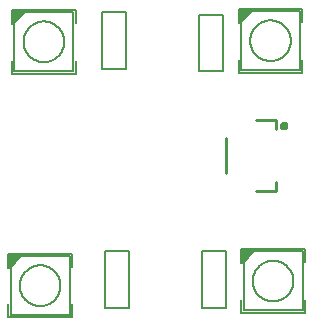
<source format=gto>
G75*
%MOIN*%
%OFA0B0*%
%FSLAX25Y25*%
%IPPOS*%
%LPD*%
%AMOC8*
5,1,8,0,0,1.08239X$1,22.5*
%
%ADD10C,0.01000*%
%ADD11C,0.01575*%
%ADD12C,0.00500*%
%ADD13C,0.00800*%
D10*
X0080906Y0056418D02*
X0080906Y0068229D01*
X0091143Y0074135D02*
X0097639Y0074135D01*
X0097639Y0071182D01*
X0097639Y0053465D02*
X0097639Y0050513D01*
X0091143Y0050513D01*
D11*
X0099641Y0072166D02*
X0099643Y0072213D01*
X0099649Y0072259D01*
X0099658Y0072305D01*
X0099672Y0072349D01*
X0099689Y0072393D01*
X0099710Y0072434D01*
X0099734Y0072474D01*
X0099761Y0072512D01*
X0099792Y0072547D01*
X0099825Y0072580D01*
X0099861Y0072610D01*
X0099900Y0072636D01*
X0099940Y0072660D01*
X0099982Y0072679D01*
X0100026Y0072696D01*
X0100071Y0072708D01*
X0100117Y0072717D01*
X0100163Y0072722D01*
X0100210Y0072723D01*
X0100256Y0072720D01*
X0100302Y0072713D01*
X0100348Y0072702D01*
X0100392Y0072688D01*
X0100435Y0072670D01*
X0100476Y0072648D01*
X0100516Y0072623D01*
X0100553Y0072595D01*
X0100588Y0072564D01*
X0100620Y0072530D01*
X0100649Y0072493D01*
X0100674Y0072455D01*
X0100697Y0072414D01*
X0100716Y0072371D01*
X0100731Y0072327D01*
X0100743Y0072282D01*
X0100751Y0072236D01*
X0100755Y0072189D01*
X0100755Y0072143D01*
X0100751Y0072096D01*
X0100743Y0072050D01*
X0100731Y0072005D01*
X0100716Y0071961D01*
X0100697Y0071918D01*
X0100674Y0071877D01*
X0100649Y0071839D01*
X0100620Y0071802D01*
X0100588Y0071768D01*
X0100553Y0071737D01*
X0100516Y0071709D01*
X0100477Y0071684D01*
X0100435Y0071662D01*
X0100392Y0071644D01*
X0100348Y0071630D01*
X0100302Y0071619D01*
X0100256Y0071612D01*
X0100210Y0071609D01*
X0100163Y0071610D01*
X0100117Y0071615D01*
X0100071Y0071624D01*
X0100026Y0071636D01*
X0099982Y0071653D01*
X0099940Y0071672D01*
X0099900Y0071696D01*
X0099861Y0071722D01*
X0099825Y0071752D01*
X0099792Y0071785D01*
X0099761Y0071820D01*
X0099734Y0071858D01*
X0099710Y0071898D01*
X0099689Y0071939D01*
X0099672Y0071983D01*
X0099658Y0072027D01*
X0099649Y0072073D01*
X0099643Y0072119D01*
X0099641Y0072166D01*
D12*
X0029686Y0008269D02*
X0008426Y0008269D01*
X0008426Y0012599D01*
X0009213Y0009056D02*
X0009213Y0025198D01*
X0012757Y0028741D01*
X0028898Y0028741D01*
X0028898Y0009056D01*
X0009213Y0009056D01*
X0012283Y0018898D02*
X0012285Y0019064D01*
X0012291Y0019230D01*
X0012301Y0019396D01*
X0012316Y0019562D01*
X0012334Y0019727D01*
X0012356Y0019892D01*
X0012383Y0020056D01*
X0012413Y0020219D01*
X0012448Y0020382D01*
X0012486Y0020544D01*
X0012528Y0020704D01*
X0012575Y0020864D01*
X0012625Y0021023D01*
X0012679Y0021180D01*
X0012737Y0021336D01*
X0012799Y0021490D01*
X0012864Y0021643D01*
X0012933Y0021794D01*
X0013006Y0021943D01*
X0013083Y0022091D01*
X0013163Y0022236D01*
X0013247Y0022380D01*
X0013334Y0022522D01*
X0013424Y0022661D01*
X0013518Y0022798D01*
X0013616Y0022933D01*
X0013717Y0023065D01*
X0013820Y0023195D01*
X0013927Y0023322D01*
X0014038Y0023446D01*
X0014151Y0023568D01*
X0014267Y0023687D01*
X0014386Y0023803D01*
X0014508Y0023916D01*
X0014632Y0024027D01*
X0014759Y0024134D01*
X0014889Y0024237D01*
X0015021Y0024338D01*
X0015156Y0024436D01*
X0015293Y0024530D01*
X0015432Y0024620D01*
X0015574Y0024707D01*
X0015718Y0024791D01*
X0015863Y0024871D01*
X0016011Y0024948D01*
X0016160Y0025021D01*
X0016311Y0025090D01*
X0016464Y0025155D01*
X0016618Y0025217D01*
X0016774Y0025275D01*
X0016931Y0025329D01*
X0017090Y0025379D01*
X0017250Y0025426D01*
X0017410Y0025468D01*
X0017572Y0025506D01*
X0017735Y0025541D01*
X0017898Y0025571D01*
X0018062Y0025598D01*
X0018227Y0025620D01*
X0018392Y0025638D01*
X0018558Y0025653D01*
X0018724Y0025663D01*
X0018890Y0025669D01*
X0019056Y0025671D01*
X0019222Y0025669D01*
X0019388Y0025663D01*
X0019554Y0025653D01*
X0019720Y0025638D01*
X0019885Y0025620D01*
X0020050Y0025598D01*
X0020214Y0025571D01*
X0020377Y0025541D01*
X0020540Y0025506D01*
X0020702Y0025468D01*
X0020862Y0025426D01*
X0021022Y0025379D01*
X0021181Y0025329D01*
X0021338Y0025275D01*
X0021494Y0025217D01*
X0021648Y0025155D01*
X0021801Y0025090D01*
X0021952Y0025021D01*
X0022101Y0024948D01*
X0022249Y0024871D01*
X0022394Y0024791D01*
X0022538Y0024707D01*
X0022680Y0024620D01*
X0022819Y0024530D01*
X0022956Y0024436D01*
X0023091Y0024338D01*
X0023223Y0024237D01*
X0023353Y0024134D01*
X0023480Y0024027D01*
X0023604Y0023916D01*
X0023726Y0023803D01*
X0023845Y0023687D01*
X0023961Y0023568D01*
X0024074Y0023446D01*
X0024185Y0023322D01*
X0024292Y0023195D01*
X0024395Y0023065D01*
X0024496Y0022933D01*
X0024594Y0022798D01*
X0024688Y0022661D01*
X0024778Y0022522D01*
X0024865Y0022380D01*
X0024949Y0022236D01*
X0025029Y0022091D01*
X0025106Y0021943D01*
X0025179Y0021794D01*
X0025248Y0021643D01*
X0025313Y0021490D01*
X0025375Y0021336D01*
X0025433Y0021180D01*
X0025487Y0021023D01*
X0025537Y0020864D01*
X0025584Y0020704D01*
X0025626Y0020544D01*
X0025664Y0020382D01*
X0025699Y0020219D01*
X0025729Y0020056D01*
X0025756Y0019892D01*
X0025778Y0019727D01*
X0025796Y0019562D01*
X0025811Y0019396D01*
X0025821Y0019230D01*
X0025827Y0019064D01*
X0025829Y0018898D01*
X0025827Y0018732D01*
X0025821Y0018566D01*
X0025811Y0018400D01*
X0025796Y0018234D01*
X0025778Y0018069D01*
X0025756Y0017904D01*
X0025729Y0017740D01*
X0025699Y0017577D01*
X0025664Y0017414D01*
X0025626Y0017252D01*
X0025584Y0017092D01*
X0025537Y0016932D01*
X0025487Y0016773D01*
X0025433Y0016616D01*
X0025375Y0016460D01*
X0025313Y0016306D01*
X0025248Y0016153D01*
X0025179Y0016002D01*
X0025106Y0015853D01*
X0025029Y0015705D01*
X0024949Y0015560D01*
X0024865Y0015416D01*
X0024778Y0015274D01*
X0024688Y0015135D01*
X0024594Y0014998D01*
X0024496Y0014863D01*
X0024395Y0014731D01*
X0024292Y0014601D01*
X0024185Y0014474D01*
X0024074Y0014350D01*
X0023961Y0014228D01*
X0023845Y0014109D01*
X0023726Y0013993D01*
X0023604Y0013880D01*
X0023480Y0013769D01*
X0023353Y0013662D01*
X0023223Y0013559D01*
X0023091Y0013458D01*
X0022956Y0013360D01*
X0022819Y0013266D01*
X0022680Y0013176D01*
X0022538Y0013089D01*
X0022394Y0013005D01*
X0022249Y0012925D01*
X0022101Y0012848D01*
X0021952Y0012775D01*
X0021801Y0012706D01*
X0021648Y0012641D01*
X0021494Y0012579D01*
X0021338Y0012521D01*
X0021181Y0012467D01*
X0021022Y0012417D01*
X0020862Y0012370D01*
X0020702Y0012328D01*
X0020540Y0012290D01*
X0020377Y0012255D01*
X0020214Y0012225D01*
X0020050Y0012198D01*
X0019885Y0012176D01*
X0019720Y0012158D01*
X0019554Y0012143D01*
X0019388Y0012133D01*
X0019222Y0012127D01*
X0019056Y0012125D01*
X0018890Y0012127D01*
X0018724Y0012133D01*
X0018558Y0012143D01*
X0018392Y0012158D01*
X0018227Y0012176D01*
X0018062Y0012198D01*
X0017898Y0012225D01*
X0017735Y0012255D01*
X0017572Y0012290D01*
X0017410Y0012328D01*
X0017250Y0012370D01*
X0017090Y0012417D01*
X0016931Y0012467D01*
X0016774Y0012521D01*
X0016618Y0012579D01*
X0016464Y0012641D01*
X0016311Y0012706D01*
X0016160Y0012775D01*
X0016011Y0012848D01*
X0015863Y0012925D01*
X0015718Y0013005D01*
X0015574Y0013089D01*
X0015432Y0013176D01*
X0015293Y0013266D01*
X0015156Y0013360D01*
X0015021Y0013458D01*
X0014889Y0013559D01*
X0014759Y0013662D01*
X0014632Y0013769D01*
X0014508Y0013880D01*
X0014386Y0013993D01*
X0014267Y0014109D01*
X0014151Y0014228D01*
X0014038Y0014350D01*
X0013927Y0014474D01*
X0013820Y0014601D01*
X0013717Y0014731D01*
X0013616Y0014863D01*
X0013518Y0014998D01*
X0013424Y0015135D01*
X0013334Y0015274D01*
X0013247Y0015416D01*
X0013163Y0015560D01*
X0013083Y0015705D01*
X0013006Y0015853D01*
X0012933Y0016002D01*
X0012864Y0016153D01*
X0012799Y0016306D01*
X0012737Y0016460D01*
X0012679Y0016616D01*
X0012625Y0016773D01*
X0012575Y0016932D01*
X0012528Y0017092D01*
X0012486Y0017252D01*
X0012448Y0017414D01*
X0012413Y0017577D01*
X0012383Y0017740D01*
X0012356Y0017904D01*
X0012334Y0018069D01*
X0012316Y0018234D01*
X0012301Y0018400D01*
X0012291Y0018566D01*
X0012285Y0018732D01*
X0012283Y0018898D01*
X0008725Y0024898D02*
X0013375Y0029548D01*
X0008406Y0029548D01*
X0008406Y0024898D01*
X0008725Y0024898D01*
X0008426Y0025198D02*
X0008426Y0029528D01*
X0029686Y0029528D01*
X0029686Y0025198D01*
X0029686Y0012599D02*
X0029686Y0008269D01*
X0011049Y0027223D02*
X0008406Y0027223D01*
X0008406Y0027721D02*
X0011548Y0027721D01*
X0012046Y0028220D02*
X0008406Y0028220D01*
X0008406Y0028718D02*
X0012545Y0028718D01*
X0012757Y0028741D02*
X0009213Y0028741D01*
X0009213Y0025198D01*
X0009055Y0025229D02*
X0008406Y0025229D01*
X0008406Y0025727D02*
X0009554Y0025727D01*
X0010052Y0026226D02*
X0008406Y0026226D01*
X0008406Y0026724D02*
X0010551Y0026724D01*
X0008406Y0029217D02*
X0013043Y0029217D01*
X0009646Y0089568D02*
X0030906Y0089568D01*
X0030906Y0093898D01*
X0030119Y0090355D02*
X0030119Y0110040D01*
X0013977Y0110040D01*
X0010434Y0106497D01*
X0010434Y0110040D01*
X0013977Y0110040D01*
X0013723Y0109975D02*
X0009627Y0109975D01*
X0009627Y0109477D02*
X0013225Y0109477D01*
X0012726Y0108978D02*
X0009627Y0108978D01*
X0009627Y0108480D02*
X0012228Y0108480D01*
X0011729Y0107981D02*
X0009627Y0107981D01*
X0009627Y0107483D02*
X0011231Y0107483D01*
X0010732Y0106984D02*
X0009627Y0106984D01*
X0009646Y0106497D02*
X0009646Y0110828D01*
X0030906Y0110828D01*
X0030906Y0106497D01*
X0013503Y0100198D02*
X0013505Y0100364D01*
X0013511Y0100530D01*
X0013521Y0100696D01*
X0013536Y0100862D01*
X0013554Y0101027D01*
X0013576Y0101192D01*
X0013603Y0101356D01*
X0013633Y0101519D01*
X0013668Y0101682D01*
X0013706Y0101844D01*
X0013748Y0102004D01*
X0013795Y0102164D01*
X0013845Y0102323D01*
X0013899Y0102480D01*
X0013957Y0102636D01*
X0014019Y0102790D01*
X0014084Y0102943D01*
X0014153Y0103094D01*
X0014226Y0103243D01*
X0014303Y0103391D01*
X0014383Y0103536D01*
X0014467Y0103680D01*
X0014554Y0103822D01*
X0014644Y0103961D01*
X0014738Y0104098D01*
X0014836Y0104233D01*
X0014937Y0104365D01*
X0015040Y0104495D01*
X0015147Y0104622D01*
X0015258Y0104746D01*
X0015371Y0104868D01*
X0015487Y0104987D01*
X0015606Y0105103D01*
X0015728Y0105216D01*
X0015852Y0105327D01*
X0015979Y0105434D01*
X0016109Y0105537D01*
X0016241Y0105638D01*
X0016376Y0105736D01*
X0016513Y0105830D01*
X0016652Y0105920D01*
X0016794Y0106007D01*
X0016938Y0106091D01*
X0017083Y0106171D01*
X0017231Y0106248D01*
X0017380Y0106321D01*
X0017531Y0106390D01*
X0017684Y0106455D01*
X0017838Y0106517D01*
X0017994Y0106575D01*
X0018151Y0106629D01*
X0018310Y0106679D01*
X0018470Y0106726D01*
X0018630Y0106768D01*
X0018792Y0106806D01*
X0018955Y0106841D01*
X0019118Y0106871D01*
X0019282Y0106898D01*
X0019447Y0106920D01*
X0019612Y0106938D01*
X0019778Y0106953D01*
X0019944Y0106963D01*
X0020110Y0106969D01*
X0020276Y0106971D01*
X0020442Y0106969D01*
X0020608Y0106963D01*
X0020774Y0106953D01*
X0020940Y0106938D01*
X0021105Y0106920D01*
X0021270Y0106898D01*
X0021434Y0106871D01*
X0021597Y0106841D01*
X0021760Y0106806D01*
X0021922Y0106768D01*
X0022082Y0106726D01*
X0022242Y0106679D01*
X0022401Y0106629D01*
X0022558Y0106575D01*
X0022714Y0106517D01*
X0022868Y0106455D01*
X0023021Y0106390D01*
X0023172Y0106321D01*
X0023321Y0106248D01*
X0023469Y0106171D01*
X0023614Y0106091D01*
X0023758Y0106007D01*
X0023900Y0105920D01*
X0024039Y0105830D01*
X0024176Y0105736D01*
X0024311Y0105638D01*
X0024443Y0105537D01*
X0024573Y0105434D01*
X0024700Y0105327D01*
X0024824Y0105216D01*
X0024946Y0105103D01*
X0025065Y0104987D01*
X0025181Y0104868D01*
X0025294Y0104746D01*
X0025405Y0104622D01*
X0025512Y0104495D01*
X0025615Y0104365D01*
X0025716Y0104233D01*
X0025814Y0104098D01*
X0025908Y0103961D01*
X0025998Y0103822D01*
X0026085Y0103680D01*
X0026169Y0103536D01*
X0026249Y0103391D01*
X0026326Y0103243D01*
X0026399Y0103094D01*
X0026468Y0102943D01*
X0026533Y0102790D01*
X0026595Y0102636D01*
X0026653Y0102480D01*
X0026707Y0102323D01*
X0026757Y0102164D01*
X0026804Y0102004D01*
X0026846Y0101844D01*
X0026884Y0101682D01*
X0026919Y0101519D01*
X0026949Y0101356D01*
X0026976Y0101192D01*
X0026998Y0101027D01*
X0027016Y0100862D01*
X0027031Y0100696D01*
X0027041Y0100530D01*
X0027047Y0100364D01*
X0027049Y0100198D01*
X0027047Y0100032D01*
X0027041Y0099866D01*
X0027031Y0099700D01*
X0027016Y0099534D01*
X0026998Y0099369D01*
X0026976Y0099204D01*
X0026949Y0099040D01*
X0026919Y0098877D01*
X0026884Y0098714D01*
X0026846Y0098552D01*
X0026804Y0098392D01*
X0026757Y0098232D01*
X0026707Y0098073D01*
X0026653Y0097916D01*
X0026595Y0097760D01*
X0026533Y0097606D01*
X0026468Y0097453D01*
X0026399Y0097302D01*
X0026326Y0097153D01*
X0026249Y0097005D01*
X0026169Y0096860D01*
X0026085Y0096716D01*
X0025998Y0096574D01*
X0025908Y0096435D01*
X0025814Y0096298D01*
X0025716Y0096163D01*
X0025615Y0096031D01*
X0025512Y0095901D01*
X0025405Y0095774D01*
X0025294Y0095650D01*
X0025181Y0095528D01*
X0025065Y0095409D01*
X0024946Y0095293D01*
X0024824Y0095180D01*
X0024700Y0095069D01*
X0024573Y0094962D01*
X0024443Y0094859D01*
X0024311Y0094758D01*
X0024176Y0094660D01*
X0024039Y0094566D01*
X0023900Y0094476D01*
X0023758Y0094389D01*
X0023614Y0094305D01*
X0023469Y0094225D01*
X0023321Y0094148D01*
X0023172Y0094075D01*
X0023021Y0094006D01*
X0022868Y0093941D01*
X0022714Y0093879D01*
X0022558Y0093821D01*
X0022401Y0093767D01*
X0022242Y0093717D01*
X0022082Y0093670D01*
X0021922Y0093628D01*
X0021760Y0093590D01*
X0021597Y0093555D01*
X0021434Y0093525D01*
X0021270Y0093498D01*
X0021105Y0093476D01*
X0020940Y0093458D01*
X0020774Y0093443D01*
X0020608Y0093433D01*
X0020442Y0093427D01*
X0020276Y0093425D01*
X0020110Y0093427D01*
X0019944Y0093433D01*
X0019778Y0093443D01*
X0019612Y0093458D01*
X0019447Y0093476D01*
X0019282Y0093498D01*
X0019118Y0093525D01*
X0018955Y0093555D01*
X0018792Y0093590D01*
X0018630Y0093628D01*
X0018470Y0093670D01*
X0018310Y0093717D01*
X0018151Y0093767D01*
X0017994Y0093821D01*
X0017838Y0093879D01*
X0017684Y0093941D01*
X0017531Y0094006D01*
X0017380Y0094075D01*
X0017231Y0094148D01*
X0017083Y0094225D01*
X0016938Y0094305D01*
X0016794Y0094389D01*
X0016652Y0094476D01*
X0016513Y0094566D01*
X0016376Y0094660D01*
X0016241Y0094758D01*
X0016109Y0094859D01*
X0015979Y0094962D01*
X0015852Y0095069D01*
X0015728Y0095180D01*
X0015606Y0095293D01*
X0015487Y0095409D01*
X0015371Y0095528D01*
X0015258Y0095650D01*
X0015147Y0095774D01*
X0015040Y0095901D01*
X0014937Y0096031D01*
X0014836Y0096163D01*
X0014738Y0096298D01*
X0014644Y0096435D01*
X0014554Y0096574D01*
X0014467Y0096716D01*
X0014383Y0096860D01*
X0014303Y0097005D01*
X0014226Y0097153D01*
X0014153Y0097302D01*
X0014084Y0097453D01*
X0014019Y0097606D01*
X0013957Y0097760D01*
X0013899Y0097916D01*
X0013845Y0098073D01*
X0013795Y0098232D01*
X0013748Y0098392D01*
X0013706Y0098552D01*
X0013668Y0098714D01*
X0013633Y0098877D01*
X0013603Y0099040D01*
X0013576Y0099204D01*
X0013554Y0099369D01*
X0013536Y0099534D01*
X0013521Y0099700D01*
X0013511Y0099866D01*
X0013505Y0100032D01*
X0013503Y0100198D01*
X0009946Y0106198D02*
X0014595Y0110847D01*
X0009627Y0110847D01*
X0009627Y0106198D01*
X0009946Y0106198D01*
X0010234Y0106486D02*
X0009627Y0106486D01*
X0010434Y0106497D02*
X0010434Y0090355D01*
X0030119Y0090355D01*
X0009646Y0089568D02*
X0009646Y0093898D01*
X0009627Y0110474D02*
X0014222Y0110474D01*
X0085178Y0110474D02*
X0089419Y0110474D01*
X0089528Y0110394D02*
X0085985Y0106851D01*
X0085985Y0110394D01*
X0089528Y0110394D01*
X0105670Y0110394D01*
X0105670Y0090709D01*
X0085985Y0090709D01*
X0085985Y0106851D01*
X0085929Y0106984D02*
X0085178Y0106984D01*
X0085198Y0106851D02*
X0085198Y0111182D01*
X0106457Y0111182D01*
X0106457Y0106851D01*
X0089055Y0100552D02*
X0089057Y0100718D01*
X0089063Y0100884D01*
X0089073Y0101050D01*
X0089088Y0101216D01*
X0089106Y0101381D01*
X0089128Y0101546D01*
X0089155Y0101710D01*
X0089185Y0101873D01*
X0089220Y0102036D01*
X0089258Y0102198D01*
X0089300Y0102358D01*
X0089347Y0102518D01*
X0089397Y0102677D01*
X0089451Y0102834D01*
X0089509Y0102990D01*
X0089571Y0103144D01*
X0089636Y0103297D01*
X0089705Y0103448D01*
X0089778Y0103597D01*
X0089855Y0103745D01*
X0089935Y0103890D01*
X0090019Y0104034D01*
X0090106Y0104176D01*
X0090196Y0104315D01*
X0090290Y0104452D01*
X0090388Y0104587D01*
X0090489Y0104719D01*
X0090592Y0104849D01*
X0090699Y0104976D01*
X0090810Y0105100D01*
X0090923Y0105222D01*
X0091039Y0105341D01*
X0091158Y0105457D01*
X0091280Y0105570D01*
X0091404Y0105681D01*
X0091531Y0105788D01*
X0091661Y0105891D01*
X0091793Y0105992D01*
X0091928Y0106090D01*
X0092065Y0106184D01*
X0092204Y0106274D01*
X0092346Y0106361D01*
X0092490Y0106445D01*
X0092635Y0106525D01*
X0092783Y0106602D01*
X0092932Y0106675D01*
X0093083Y0106744D01*
X0093236Y0106809D01*
X0093390Y0106871D01*
X0093546Y0106929D01*
X0093703Y0106983D01*
X0093862Y0107033D01*
X0094022Y0107080D01*
X0094182Y0107122D01*
X0094344Y0107160D01*
X0094507Y0107195D01*
X0094670Y0107225D01*
X0094834Y0107252D01*
X0094999Y0107274D01*
X0095164Y0107292D01*
X0095330Y0107307D01*
X0095496Y0107317D01*
X0095662Y0107323D01*
X0095828Y0107325D01*
X0095994Y0107323D01*
X0096160Y0107317D01*
X0096326Y0107307D01*
X0096492Y0107292D01*
X0096657Y0107274D01*
X0096822Y0107252D01*
X0096986Y0107225D01*
X0097149Y0107195D01*
X0097312Y0107160D01*
X0097474Y0107122D01*
X0097634Y0107080D01*
X0097794Y0107033D01*
X0097953Y0106983D01*
X0098110Y0106929D01*
X0098266Y0106871D01*
X0098420Y0106809D01*
X0098573Y0106744D01*
X0098724Y0106675D01*
X0098873Y0106602D01*
X0099021Y0106525D01*
X0099166Y0106445D01*
X0099310Y0106361D01*
X0099452Y0106274D01*
X0099591Y0106184D01*
X0099728Y0106090D01*
X0099863Y0105992D01*
X0099995Y0105891D01*
X0100125Y0105788D01*
X0100252Y0105681D01*
X0100376Y0105570D01*
X0100498Y0105457D01*
X0100617Y0105341D01*
X0100733Y0105222D01*
X0100846Y0105100D01*
X0100957Y0104976D01*
X0101064Y0104849D01*
X0101167Y0104719D01*
X0101268Y0104587D01*
X0101366Y0104452D01*
X0101460Y0104315D01*
X0101550Y0104176D01*
X0101637Y0104034D01*
X0101721Y0103890D01*
X0101801Y0103745D01*
X0101878Y0103597D01*
X0101951Y0103448D01*
X0102020Y0103297D01*
X0102085Y0103144D01*
X0102147Y0102990D01*
X0102205Y0102834D01*
X0102259Y0102677D01*
X0102309Y0102518D01*
X0102356Y0102358D01*
X0102398Y0102198D01*
X0102436Y0102036D01*
X0102471Y0101873D01*
X0102501Y0101710D01*
X0102528Y0101546D01*
X0102550Y0101381D01*
X0102568Y0101216D01*
X0102583Y0101050D01*
X0102593Y0100884D01*
X0102599Y0100718D01*
X0102601Y0100552D01*
X0102599Y0100386D01*
X0102593Y0100220D01*
X0102583Y0100054D01*
X0102568Y0099888D01*
X0102550Y0099723D01*
X0102528Y0099558D01*
X0102501Y0099394D01*
X0102471Y0099231D01*
X0102436Y0099068D01*
X0102398Y0098906D01*
X0102356Y0098746D01*
X0102309Y0098586D01*
X0102259Y0098427D01*
X0102205Y0098270D01*
X0102147Y0098114D01*
X0102085Y0097960D01*
X0102020Y0097807D01*
X0101951Y0097656D01*
X0101878Y0097507D01*
X0101801Y0097359D01*
X0101721Y0097214D01*
X0101637Y0097070D01*
X0101550Y0096928D01*
X0101460Y0096789D01*
X0101366Y0096652D01*
X0101268Y0096517D01*
X0101167Y0096385D01*
X0101064Y0096255D01*
X0100957Y0096128D01*
X0100846Y0096004D01*
X0100733Y0095882D01*
X0100617Y0095763D01*
X0100498Y0095647D01*
X0100376Y0095534D01*
X0100252Y0095423D01*
X0100125Y0095316D01*
X0099995Y0095213D01*
X0099863Y0095112D01*
X0099728Y0095014D01*
X0099591Y0094920D01*
X0099452Y0094830D01*
X0099310Y0094743D01*
X0099166Y0094659D01*
X0099021Y0094579D01*
X0098873Y0094502D01*
X0098724Y0094429D01*
X0098573Y0094360D01*
X0098420Y0094295D01*
X0098266Y0094233D01*
X0098110Y0094175D01*
X0097953Y0094121D01*
X0097794Y0094071D01*
X0097634Y0094024D01*
X0097474Y0093982D01*
X0097312Y0093944D01*
X0097149Y0093909D01*
X0096986Y0093879D01*
X0096822Y0093852D01*
X0096657Y0093830D01*
X0096492Y0093812D01*
X0096326Y0093797D01*
X0096160Y0093787D01*
X0095994Y0093781D01*
X0095828Y0093779D01*
X0095662Y0093781D01*
X0095496Y0093787D01*
X0095330Y0093797D01*
X0095164Y0093812D01*
X0094999Y0093830D01*
X0094834Y0093852D01*
X0094670Y0093879D01*
X0094507Y0093909D01*
X0094344Y0093944D01*
X0094182Y0093982D01*
X0094022Y0094024D01*
X0093862Y0094071D01*
X0093703Y0094121D01*
X0093546Y0094175D01*
X0093390Y0094233D01*
X0093236Y0094295D01*
X0093083Y0094360D01*
X0092932Y0094429D01*
X0092783Y0094502D01*
X0092635Y0094579D01*
X0092490Y0094659D01*
X0092346Y0094743D01*
X0092204Y0094830D01*
X0092065Y0094920D01*
X0091928Y0095014D01*
X0091793Y0095112D01*
X0091661Y0095213D01*
X0091531Y0095316D01*
X0091404Y0095423D01*
X0091280Y0095534D01*
X0091158Y0095647D01*
X0091039Y0095763D01*
X0090923Y0095882D01*
X0090810Y0096004D01*
X0090699Y0096128D01*
X0090592Y0096255D01*
X0090489Y0096385D01*
X0090388Y0096517D01*
X0090290Y0096652D01*
X0090196Y0096789D01*
X0090106Y0096928D01*
X0090019Y0097070D01*
X0089935Y0097214D01*
X0089855Y0097359D01*
X0089778Y0097507D01*
X0089705Y0097656D01*
X0089636Y0097807D01*
X0089571Y0097960D01*
X0089509Y0098114D01*
X0089451Y0098270D01*
X0089397Y0098427D01*
X0089347Y0098586D01*
X0089300Y0098746D01*
X0089258Y0098906D01*
X0089220Y0099068D01*
X0089185Y0099231D01*
X0089155Y0099394D01*
X0089128Y0099558D01*
X0089106Y0099723D01*
X0089088Y0099888D01*
X0089073Y0100054D01*
X0089063Y0100220D01*
X0089057Y0100386D01*
X0089055Y0100552D01*
X0085497Y0106552D02*
X0085178Y0106552D01*
X0085178Y0111202D01*
X0090146Y0111202D01*
X0085497Y0106552D01*
X0085178Y0107483D02*
X0086428Y0107483D01*
X0086926Y0107981D02*
X0085178Y0107981D01*
X0085178Y0108480D02*
X0087425Y0108480D01*
X0087923Y0108978D02*
X0085178Y0108978D01*
X0085178Y0109477D02*
X0088422Y0109477D01*
X0088920Y0109975D02*
X0085178Y0109975D01*
X0085178Y0110972D02*
X0089917Y0110972D01*
X0085198Y0094253D02*
X0085198Y0089922D01*
X0106457Y0089922D01*
X0106457Y0094253D01*
X0107324Y0031103D02*
X0086064Y0031103D01*
X0086064Y0026772D01*
X0086044Y0026724D02*
X0086614Y0026724D01*
X0086851Y0026772D02*
X0090394Y0030316D01*
X0106536Y0030316D01*
X0106536Y0010631D01*
X0086851Y0010631D01*
X0086851Y0026772D01*
X0086851Y0030316D01*
X0090394Y0030316D01*
X0090103Y0030214D02*
X0086044Y0030214D01*
X0086044Y0030712D02*
X0090602Y0030712D01*
X0091013Y0031123D02*
X0086044Y0031123D01*
X0086044Y0026473D01*
X0086363Y0026473D01*
X0091013Y0031123D01*
X0089605Y0029715D02*
X0086044Y0029715D01*
X0086044Y0029217D02*
X0089106Y0029217D01*
X0088608Y0028718D02*
X0086044Y0028718D01*
X0086044Y0028220D02*
X0088109Y0028220D01*
X0087611Y0027721D02*
X0086044Y0027721D01*
X0086044Y0027223D02*
X0087112Y0027223D01*
X0089921Y0020473D02*
X0089923Y0020639D01*
X0089929Y0020805D01*
X0089939Y0020971D01*
X0089954Y0021137D01*
X0089972Y0021302D01*
X0089994Y0021467D01*
X0090021Y0021631D01*
X0090051Y0021794D01*
X0090086Y0021957D01*
X0090124Y0022119D01*
X0090166Y0022279D01*
X0090213Y0022439D01*
X0090263Y0022598D01*
X0090317Y0022755D01*
X0090375Y0022911D01*
X0090437Y0023065D01*
X0090502Y0023218D01*
X0090571Y0023369D01*
X0090644Y0023518D01*
X0090721Y0023666D01*
X0090801Y0023811D01*
X0090885Y0023955D01*
X0090972Y0024097D01*
X0091062Y0024236D01*
X0091156Y0024373D01*
X0091254Y0024508D01*
X0091355Y0024640D01*
X0091458Y0024770D01*
X0091565Y0024897D01*
X0091676Y0025021D01*
X0091789Y0025143D01*
X0091905Y0025262D01*
X0092024Y0025378D01*
X0092146Y0025491D01*
X0092270Y0025602D01*
X0092397Y0025709D01*
X0092527Y0025812D01*
X0092659Y0025913D01*
X0092794Y0026011D01*
X0092931Y0026105D01*
X0093070Y0026195D01*
X0093212Y0026282D01*
X0093356Y0026366D01*
X0093501Y0026446D01*
X0093649Y0026523D01*
X0093798Y0026596D01*
X0093949Y0026665D01*
X0094102Y0026730D01*
X0094256Y0026792D01*
X0094412Y0026850D01*
X0094569Y0026904D01*
X0094728Y0026954D01*
X0094888Y0027001D01*
X0095048Y0027043D01*
X0095210Y0027081D01*
X0095373Y0027116D01*
X0095536Y0027146D01*
X0095700Y0027173D01*
X0095865Y0027195D01*
X0096030Y0027213D01*
X0096196Y0027228D01*
X0096362Y0027238D01*
X0096528Y0027244D01*
X0096694Y0027246D01*
X0096860Y0027244D01*
X0097026Y0027238D01*
X0097192Y0027228D01*
X0097358Y0027213D01*
X0097523Y0027195D01*
X0097688Y0027173D01*
X0097852Y0027146D01*
X0098015Y0027116D01*
X0098178Y0027081D01*
X0098340Y0027043D01*
X0098500Y0027001D01*
X0098660Y0026954D01*
X0098819Y0026904D01*
X0098976Y0026850D01*
X0099132Y0026792D01*
X0099286Y0026730D01*
X0099439Y0026665D01*
X0099590Y0026596D01*
X0099739Y0026523D01*
X0099887Y0026446D01*
X0100032Y0026366D01*
X0100176Y0026282D01*
X0100318Y0026195D01*
X0100457Y0026105D01*
X0100594Y0026011D01*
X0100729Y0025913D01*
X0100861Y0025812D01*
X0100991Y0025709D01*
X0101118Y0025602D01*
X0101242Y0025491D01*
X0101364Y0025378D01*
X0101483Y0025262D01*
X0101599Y0025143D01*
X0101712Y0025021D01*
X0101823Y0024897D01*
X0101930Y0024770D01*
X0102033Y0024640D01*
X0102134Y0024508D01*
X0102232Y0024373D01*
X0102326Y0024236D01*
X0102416Y0024097D01*
X0102503Y0023955D01*
X0102587Y0023811D01*
X0102667Y0023666D01*
X0102744Y0023518D01*
X0102817Y0023369D01*
X0102886Y0023218D01*
X0102951Y0023065D01*
X0103013Y0022911D01*
X0103071Y0022755D01*
X0103125Y0022598D01*
X0103175Y0022439D01*
X0103222Y0022279D01*
X0103264Y0022119D01*
X0103302Y0021957D01*
X0103337Y0021794D01*
X0103367Y0021631D01*
X0103394Y0021467D01*
X0103416Y0021302D01*
X0103434Y0021137D01*
X0103449Y0020971D01*
X0103459Y0020805D01*
X0103465Y0020639D01*
X0103467Y0020473D01*
X0103465Y0020307D01*
X0103459Y0020141D01*
X0103449Y0019975D01*
X0103434Y0019809D01*
X0103416Y0019644D01*
X0103394Y0019479D01*
X0103367Y0019315D01*
X0103337Y0019152D01*
X0103302Y0018989D01*
X0103264Y0018827D01*
X0103222Y0018667D01*
X0103175Y0018507D01*
X0103125Y0018348D01*
X0103071Y0018191D01*
X0103013Y0018035D01*
X0102951Y0017881D01*
X0102886Y0017728D01*
X0102817Y0017577D01*
X0102744Y0017428D01*
X0102667Y0017280D01*
X0102587Y0017135D01*
X0102503Y0016991D01*
X0102416Y0016849D01*
X0102326Y0016710D01*
X0102232Y0016573D01*
X0102134Y0016438D01*
X0102033Y0016306D01*
X0101930Y0016176D01*
X0101823Y0016049D01*
X0101712Y0015925D01*
X0101599Y0015803D01*
X0101483Y0015684D01*
X0101364Y0015568D01*
X0101242Y0015455D01*
X0101118Y0015344D01*
X0100991Y0015237D01*
X0100861Y0015134D01*
X0100729Y0015033D01*
X0100594Y0014935D01*
X0100457Y0014841D01*
X0100318Y0014751D01*
X0100176Y0014664D01*
X0100032Y0014580D01*
X0099887Y0014500D01*
X0099739Y0014423D01*
X0099590Y0014350D01*
X0099439Y0014281D01*
X0099286Y0014216D01*
X0099132Y0014154D01*
X0098976Y0014096D01*
X0098819Y0014042D01*
X0098660Y0013992D01*
X0098500Y0013945D01*
X0098340Y0013903D01*
X0098178Y0013865D01*
X0098015Y0013830D01*
X0097852Y0013800D01*
X0097688Y0013773D01*
X0097523Y0013751D01*
X0097358Y0013733D01*
X0097192Y0013718D01*
X0097026Y0013708D01*
X0096860Y0013702D01*
X0096694Y0013700D01*
X0096528Y0013702D01*
X0096362Y0013708D01*
X0096196Y0013718D01*
X0096030Y0013733D01*
X0095865Y0013751D01*
X0095700Y0013773D01*
X0095536Y0013800D01*
X0095373Y0013830D01*
X0095210Y0013865D01*
X0095048Y0013903D01*
X0094888Y0013945D01*
X0094728Y0013992D01*
X0094569Y0014042D01*
X0094412Y0014096D01*
X0094256Y0014154D01*
X0094102Y0014216D01*
X0093949Y0014281D01*
X0093798Y0014350D01*
X0093649Y0014423D01*
X0093501Y0014500D01*
X0093356Y0014580D01*
X0093212Y0014664D01*
X0093070Y0014751D01*
X0092931Y0014841D01*
X0092794Y0014935D01*
X0092659Y0015033D01*
X0092527Y0015134D01*
X0092397Y0015237D01*
X0092270Y0015344D01*
X0092146Y0015455D01*
X0092024Y0015568D01*
X0091905Y0015684D01*
X0091789Y0015803D01*
X0091676Y0015925D01*
X0091565Y0016049D01*
X0091458Y0016176D01*
X0091355Y0016306D01*
X0091254Y0016438D01*
X0091156Y0016573D01*
X0091062Y0016710D01*
X0090972Y0016849D01*
X0090885Y0016991D01*
X0090801Y0017135D01*
X0090721Y0017280D01*
X0090644Y0017428D01*
X0090571Y0017577D01*
X0090502Y0017728D01*
X0090437Y0017881D01*
X0090375Y0018035D01*
X0090317Y0018191D01*
X0090263Y0018348D01*
X0090213Y0018507D01*
X0090166Y0018667D01*
X0090124Y0018827D01*
X0090086Y0018989D01*
X0090051Y0019152D01*
X0090021Y0019315D01*
X0089994Y0019479D01*
X0089972Y0019644D01*
X0089954Y0019809D01*
X0089939Y0019975D01*
X0089929Y0020141D01*
X0089923Y0020307D01*
X0089921Y0020473D01*
X0086064Y0014174D02*
X0086064Y0009843D01*
X0107324Y0009843D01*
X0107324Y0014174D01*
X0107324Y0026772D02*
X0107324Y0031103D01*
D13*
X0081024Y0030434D02*
X0081024Y0011536D01*
X0073150Y0011536D01*
X0073150Y0030434D01*
X0081024Y0030434D01*
X0048544Y0030434D02*
X0048544Y0011536D01*
X0040670Y0011536D01*
X0040670Y0030434D01*
X0048544Y0030434D01*
X0047560Y0091261D02*
X0039686Y0091261D01*
X0039686Y0110158D01*
X0047560Y0110158D01*
X0047560Y0091261D01*
X0072166Y0090276D02*
X0080040Y0090276D01*
X0080040Y0109174D01*
X0072166Y0109174D01*
X0072166Y0090276D01*
M02*

</source>
